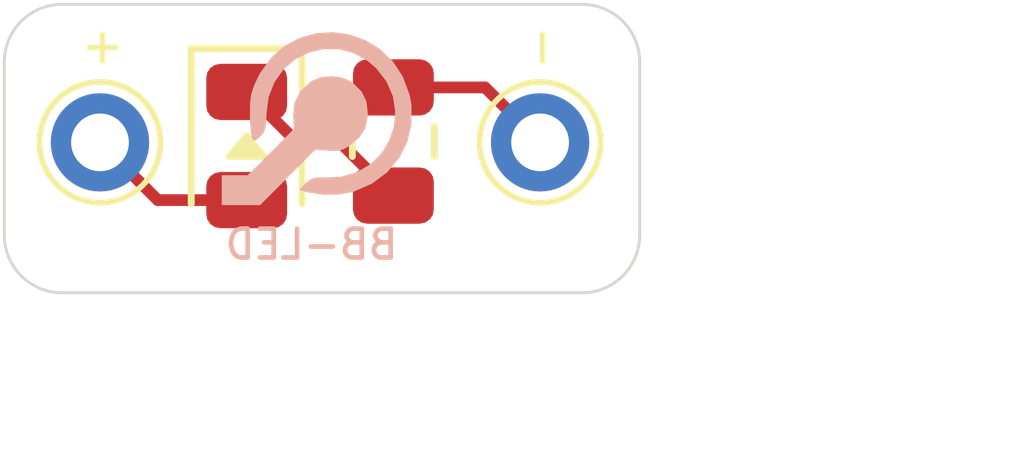
<source format=kicad_pcb>
(kicad_pcb (version 20171130) (host pcbnew "(5.1.2)-1")

  (general
    (thickness 1.2)
    (drawings 11)
    (tracks 7)
    (zones 0)
    (modules 5)
    (nets 4)
  )

  (page A4)
  (title_block
    (title "LED Breakout")
    (rev 1)
    (company QBoards)
    (comment 1 "Single SMD led breakout with current limiting resistor")
  )

  (layers
    (0 F.Cu signal)
    (31 B.Cu signal hide)
    (32 B.Adhes user hide)
    (33 F.Adhes user hide)
    (34 B.Paste user hide)
    (35 F.Paste user)
    (36 B.SilkS user hide)
    (37 F.SilkS user)
    (38 B.Mask user hide)
    (39 F.Mask user)
    (40 Dwgs.User user hide)
    (41 Cmts.User user hide)
    (42 Eco1.User user hide)
    (43 Eco2.User user hide)
    (44 Edge.Cuts user)
    (45 Margin user hide)
    (46 B.CrtYd user hide)
    (47 F.CrtYd user)
    (48 B.Fab user hide)
    (49 F.Fab user)
  )

  (setup
    (last_trace_width 0.2032)
    (trace_clearance 0.2032)
    (zone_clearance 0.508)
    (zone_45_only no)
    (trace_min 0.1524)
    (via_size 0.8)
    (via_drill 0.4)
    (via_min_size 0.4)
    (via_min_drill 0.3048)
    (uvia_size 0.3)
    (uvia_drill 0.1)
    (uvias_allowed no)
    (uvia_min_size 0.2)
    (uvia_min_drill 0.1)
    (edge_width 0.05)
    (segment_width 0.2)
    (pcb_text_width 0.3)
    (pcb_text_size 1.5 1.5)
    (mod_edge_width 0.12)
    (mod_text_size 1 1)
    (mod_text_width 0.15)
    (pad_size 1.524 1.524)
    (pad_drill 0.762)
    (pad_to_mask_clearance 0.051)
    (solder_mask_min_width 0.25)
    (aux_axis_origin 0 0)
    (visible_elements 7FFFFFFF)
    (pcbplotparams
      (layerselection 0x010fc_ffffffff)
      (usegerberextensions false)
      (usegerberattributes false)
      (usegerberadvancedattributes false)
      (creategerberjobfile false)
      (excludeedgelayer true)
      (linewidth 0.100000)
      (plotframeref false)
      (viasonmask false)
      (mode 1)
      (useauxorigin false)
      (hpglpennumber 1)
      (hpglpenspeed 20)
      (hpglpendiameter 15.000000)
      (psnegative false)
      (psa4output false)
      (plotreference true)
      (plotvalue true)
      (plotinvisibletext false)
      (padsonsilk false)
      (subtractmaskfromsilk false)
      (outputformat 1)
      (mirror false)
      (drillshape 1)
      (scaleselection 1)
      (outputdirectory ""))
  )

  (net 0 "")
  (net 1 "Net-(D1-Pad1)")
  (net 2 "Net-(D1-Pad2)")
  (net 3 "Net-(J2-Pad1)")

  (net_class Default "This is the default net class."
    (clearance 0.2032)
    (trace_width 0.2032)
    (via_dia 0.8)
    (via_drill 0.4)
    (uvia_dia 0.3)
    (uvia_drill 0.1)
    (add_net "Net-(D1-Pad1)")
    (add_net "Net-(D1-Pad2)")
    (add_net "Net-(J2-Pad1)")
  )

  (module qboards_aesthetics:logo-3mm (layer B.Cu) (tedit 5CF57B99) (tstamp 5CFF03E6)
    (at 160 91.9 180)
    (fp_text reference BB-LED (at 0.381 -2.2606) (layer B.SilkS)
      (effects (font (size 0.5 0.5) (thickness 0.08)) (justify mirror))
    )
    (fp_text value LOGO_BRD_REF (at 0 1.9812) (layer B.SilkS) hide
      (effects (font (size 0.6 0.6) (thickness 0.1)) (justify mirror))
    )
    (fp_poly (pts (xy 0.301751 1.394461) (xy 0.582667 1.316111) (xy 0.844161 1.176542) (xy 1.075553 0.974514)
      (xy 1.266161 0.708785) (xy 1.303875 0.636973) (xy 1.37773 0.475836) (xy 1.419998 0.342842)
      (xy 1.439126 0.20029) (xy 1.443566 0.013664) (xy 1.439594 -0.157438) (xy 1.429078 -0.303015)
      (xy 1.414115 -0.396238) (xy 1.410711 -0.406392) (xy 1.383931 -0.456332) (xy 1.348489 -0.45341)
      (xy 1.279461 -0.394371) (xy 1.273128 -0.388429) (xy 1.21484 -0.321997) (xy 1.182885 -0.243632)
      (xy 1.169652 -0.126196) (xy 1.16747 -0.011671) (xy 1.130012 0.29018) (xy 1.02716 0.553497)
      (xy 0.869991 0.773577) (xy 0.669584 0.945712) (xy 0.437018 1.065199) (xy 0.183372 1.127332)
      (xy -0.080277 1.127405) (xy -0.342849 1.060714) (xy -0.593266 0.922552) (xy -0.738616 0.797882)
      (xy -0.922376 0.561969) (xy -1.032169 0.306442) (xy -1.072891 0.042499) (xy -1.049439 -0.218666)
      (xy -0.966708 -0.465853) (xy -0.829594 -0.687868) (xy -0.642992 -0.873513) (xy -0.411797 -1.011592)
      (xy -0.140906 -1.090908) (xy 0.09333 -1.104832) (xy 0.248968 -1.102978) (xy 0.34842 -1.116252)
      (xy 0.419803 -1.151909) (xy 0.478353 -1.204178) (xy 0.587693 -1.313518) (xy 0.422963 -1.359256)
      (xy 0.178868 -1.397375) (xy -0.090528 -1.392549) (xy -0.338117 -1.345713) (xy -0.343492 -1.344052)
      (xy -0.660977 -1.204782) (xy -0.925946 -1.007348) (xy -1.132568 -0.76185) (xy -1.275016 -0.47839)
      (xy -1.347458 -0.167068) (xy -1.344068 0.162016) (xy -1.311358 0.333052) (xy -1.193529 0.648479)
      (xy -1.020362 0.911375) (xy -0.802536 1.1205) (xy -0.550731 1.274612) (xy -0.275628 1.372471)
      (xy 0.012092 1.412834) (xy 0.301751 1.394461)) (layer B.SilkS) (width 0.01))
    (fp_poly (pts (xy 0.229107 0.630267) (xy 0.384132 0.565267) (xy 0.392712 0.559141) (xy 0.571873 0.387566)
      (xy 0.671563 0.193924) (xy 0.695785 -0.029709) (xy 0.695247 -0.039303) (xy 0.681566 -0.260639)
      (xy 1.082897 -0.66372) (xy 1.484227 -1.0668) (xy 1.9304 -1.0668) (xy 1.9304 -1.5748)
      (xy 1.272852 -1.5748) (xy 0.794695 -1.095283) (xy 0.316537 -0.615765) (xy 0.096885 -0.633387)
      (xy -0.056582 -0.636172) (xy -0.169617 -0.608257) (xy -0.267041 -0.551988) (xy -0.441484 -0.406408)
      (xy -0.543765 -0.250165) (xy -0.585771 -0.062377) (xy -0.588434 0.0127) (xy -0.563995 0.217089)
      (xy -0.482479 0.383076) (xy -0.331592 0.533767) (xy -0.296964 0.560417) (xy -0.146721 0.627908)
      (xy 0.040396 0.651169) (xy 0.229107 0.630267)) (layer B.SilkS) (width 0.01))
  )

  (module qboards_connectors:PinHeader_1x01_P2.54mm_Vertical (layer F.Cu) (tedit 5CFE9927) (tstamp 5CFEA271)
    (at 163.576 92.3925 90)
    (descr "Through hole straight pin header, 1x07, 2.54mm pitch, single row")
    (tags "Through hole pin header THT 1x07 2.54mm single row")
    (path /5CFE7413)
    (fp_text reference J2 (at -0.0508 -1.8288 90) (layer F.SilkS) hide
      (effects (font (size 0.6 0.6) (thickness 0.1)))
    )
    (fp_text value Conn_01x01_Male (at 0 2.33 90) (layer B.Fab) hide
      (effects (font (size 1 1) (thickness 0.15)) (justify mirror))
    )
    (fp_text user %R (at 0.02 0) (layer B.Fab)
      (effects (font (size 1 1) (thickness 0.15)) (justify mirror))
    )
    (fp_line (start 1.016 -1.016) (end -1.016 -1.016) (layer F.CrtYd) (width 0.05))
    (fp_line (start 1.016 1.04) (end 1.016 -1.016) (layer F.CrtYd) (width 0.05))
    (fp_line (start -1.012 1.04) (end 1.01 1.04) (layer F.CrtYd) (width 0.05))
    (fp_line (start -1.016 -1.016) (end -1.016 1.04) (layer F.CrtYd) (width 0.05))
    (fp_line (start -1.27 -0.635) (end -0.635 -1.27) (layer B.Fab) (width 0.1))
    (fp_line (start -1.27 1.25) (end -1.27 -0.635) (layer B.Fab) (width 0.1))
    (fp_line (start 1.27 1.26) (end -1.27 1.26) (layer B.Fab) (width 0.1))
    (fp_line (start 1.27 -1.27) (end 1.27 1.26) (layer B.Fab) (width 0.1))
    (fp_line (start -0.635 -1.27) (end 1.27 -1.27) (layer B.Fab) (width 0.1))
    (fp_circle (center 0 0) (end 0.8128 0.6604) (layer F.SilkS) (width 0.1))
    (fp_text user - (at 1.2065 0 90) (layer F.SilkS)
      (effects (font (size 0.6 0.6) (thickness 0.1)) (justify left))
    )
    (fp_line (start 1.27 1.26) (end 1.27 -1.26) (layer B.CrtYd) (width 0.12))
    (fp_line (start 1.27 -1.26) (end -1.27 -1.26) (layer B.CrtYd) (width 0.12))
    (fp_line (start -1.27 -1.26) (end -1.27 1.26) (layer B.CrtYd) (width 0.12))
    (fp_line (start -1.27 1.26) (end 1.27 1.26) (layer B.CrtYd) (width 0.12))
    (pad 1 thru_hole circle (at 0 0 90) (size 1.7 1.7) (drill 1) (layers *.Cu *.Mask)
      (net 3 "Net-(J2-Pad1)"))
    (model ${KISYS3DMOD}/Connector_PinHeader_2.54mm.3dshapes/PinHeader_1x01_P2.54mm_Vertical.wrl
      (offset (xyz 0 0 -2))
      (scale (xyz 1 1 1))
      (rotate (xyz 0 180 0))
    )
  )

  (module qboards_connectors:PinHeader_1x01_P2.54mm_Vertical (layer F.Cu) (tedit 5CFE9927) (tstamp 5CFEF97B)
    (at 155.956 92.3925 90)
    (descr "Through hole straight pin header, 1x07, 2.54mm pitch, single row")
    (tags "Through hole pin header THT 1x07 2.54mm single row")
    (path /5CFE6FB9)
    (fp_text reference J1 (at -0.0508 -1.8288 90) (layer F.SilkS) hide
      (effects (font (size 0.6 0.6) (thickness 0.1)))
    )
    (fp_text value Conn_01x01_Male (at 0 2.33 90) (layer B.Fab) hide
      (effects (font (size 1 1) (thickness 0.15)) (justify mirror))
    )
    (fp_text user %R (at 0.02 0) (layer B.Fab)
      (effects (font (size 1 1) (thickness 0.15)) (justify mirror))
    )
    (fp_line (start 1.016 -1.016) (end -1.016 -1.016) (layer F.CrtYd) (width 0.05))
    (fp_line (start 1.016 1.04) (end 1.016 -1.016) (layer F.CrtYd) (width 0.05))
    (fp_line (start -1.012 1.04) (end 1.01 1.04) (layer F.CrtYd) (width 0.05))
    (fp_line (start -1.016 -1.016) (end -1.016 1.04) (layer F.CrtYd) (width 0.05))
    (fp_line (start -1.27 -0.635) (end -0.635 -1.27) (layer B.Fab) (width 0.1))
    (fp_line (start -1.27 1.25) (end -1.27 -0.635) (layer B.Fab) (width 0.1))
    (fp_line (start 1.27 1.26) (end -1.27 1.26) (layer B.Fab) (width 0.1))
    (fp_line (start 1.27 -1.27) (end 1.27 1.26) (layer B.Fab) (width 0.1))
    (fp_line (start -0.635 -1.27) (end 1.27 -1.27) (layer B.Fab) (width 0.1))
    (fp_circle (center 0 0) (end 0.8128 0.6604) (layer F.SilkS) (width 0.1))
    (fp_text user + (at 1.2065 0 90) (layer F.SilkS)
      (effects (font (size 0.6 0.6) (thickness 0.1)) (justify left))
    )
    (fp_line (start 1.27 1.26) (end 1.27 -1.26) (layer B.CrtYd) (width 0.12))
    (fp_line (start 1.27 -1.26) (end -1.27 -1.26) (layer B.CrtYd) (width 0.12))
    (fp_line (start -1.27 -1.26) (end -1.27 1.26) (layer B.CrtYd) (width 0.12))
    (fp_line (start -1.27 1.26) (end 1.27 1.26) (layer B.CrtYd) (width 0.12))
    (pad 1 thru_hole circle (at 0 0 90) (size 1.7 1.7) (drill 1) (layers *.Cu *.Mask)
      (net 2 "Net-(D1-Pad2)"))
    (model ${KISYS3DMOD}/Connector_PinHeader_2.54mm.3dshapes/PinHeader_1x01_P2.54mm_Vertical.wrl
      (offset (xyz 0 0 -2))
      (scale (xyz 1 1 1))
      (rotate (xyz 0 180 0))
    )
  )

  (module LED_SMD:LED_0805_2012Metric (layer F.Cu) (tedit 5B36C52C) (tstamp 5CFEB63F)
    (at 158.496 92.456 270)
    (descr "LED SMD 0805 (2012 Metric), square (rectangular) end terminal, IPC_7351 nominal, (Body size source: https://docs.google.com/spreadsheets/d/1BsfQQcO9C6DZCsRaXUlFlo91Tg2WpOkGARC1WS5S8t0/edit?usp=sharing), generated with kicad-footprint-generator")
    (tags diode)
    (path /5CFE640D)
    (attr smd)
    (fp_text reference D1 (at -2.667 0 90) (layer F.SilkS) hide
      (effects (font (size 1 1) (thickness 0.15)))
    )
    (fp_text value LED (at 0 1.65 90) (layer F.Fab)
      (effects (font (size 1 1) (thickness 0.15)))
    )
    (fp_line (start 1 -0.6) (end -0.7 -0.6) (layer F.Fab) (width 0.1))
    (fp_line (start -0.7 -0.6) (end -1 -0.3) (layer F.Fab) (width 0.1))
    (fp_line (start -1 -0.3) (end -1 0.6) (layer F.Fab) (width 0.1))
    (fp_line (start -1 0.6) (end 1 0.6) (layer F.Fab) (width 0.1))
    (fp_line (start 1 0.6) (end 1 -0.6) (layer F.Fab) (width 0.1))
    (fp_line (start 1 -0.96) (end -1.685 -0.96) (layer F.SilkS) (width 0.12))
    (fp_line (start -1.685 -0.96) (end -1.685 0.96) (layer F.SilkS) (width 0.12))
    (fp_line (start -1.685 0.96) (end 1 0.96) (layer F.SilkS) (width 0.12))
    (fp_line (start -1.68 0.95) (end -1.68 -0.95) (layer F.CrtYd) (width 0.05))
    (fp_line (start -1.68 -0.95) (end 1.68 -0.95) (layer F.CrtYd) (width 0.05))
    (fp_line (start 1.68 -0.95) (end 1.68 0.95) (layer F.CrtYd) (width 0.05))
    (fp_line (start 1.68 0.95) (end -1.68 0.95) (layer F.CrtYd) (width 0.05))
    (fp_text user %R (at 0 0 90) (layer F.Fab)
      (effects (font (size 0.5 0.5) (thickness 0.08)))
    )
    (pad 1 smd roundrect (at -0.9375 0 270) (size 0.975 1.4) (layers F.Cu F.Paste F.Mask) (roundrect_rratio 0.25)
      (net 1 "Net-(D1-Pad1)"))
    (pad 2 smd roundrect (at 0.9375 0 270) (size 0.975 1.4) (layers F.Cu F.Paste F.Mask) (roundrect_rratio 0.25)
      (net 2 "Net-(D1-Pad2)"))
    (model ${KISYS3DMOD}/LED_SMD.3dshapes/LED_0805_2012Metric.wrl
      (at (xyz 0 0 0))
      (scale (xyz 1 1 1))
      (rotate (xyz 0 0 0))
    )
  )

  (module Resistor_SMD:R_0805_2012Metric (layer F.Cu) (tedit 5B36C52B) (tstamp 5CFEB6AF)
    (at 161.036 92.3775 90)
    (descr "Resistor SMD 0805 (2012 Metric), square (rectangular) end terminal, IPC_7351 nominal, (Body size source: https://docs.google.com/spreadsheets/d/1BsfQQcO9C6DZCsRaXUlFlo91Tg2WpOkGARC1WS5S8t0/edit?usp=sharing), generated with kicad-footprint-generator")
    (tags resistor)
    (path /5CFE69BE)
    (attr smd)
    (fp_text reference R1 (at 2.7155 0 90) (layer F.SilkS) hide
      (effects (font (size 1 1) (thickness 0.15)))
    )
    (fp_text value R (at 0 1.65 90) (layer F.Fab)
      (effects (font (size 1 1) (thickness 0.15)))
    )
    (fp_line (start -1 0.6) (end -1 -0.6) (layer F.Fab) (width 0.1))
    (fp_line (start -1 -0.6) (end 1 -0.6) (layer F.Fab) (width 0.1))
    (fp_line (start 1 -0.6) (end 1 0.6) (layer F.Fab) (width 0.1))
    (fp_line (start 1 0.6) (end -1 0.6) (layer F.Fab) (width 0.1))
    (fp_line (start -0.258578 -0.71) (end 0.258578 -0.71) (layer F.SilkS) (width 0.12))
    (fp_line (start -0.258578 0.71) (end 0.258578 0.71) (layer F.SilkS) (width 0.12))
    (fp_line (start -1.68 0.95) (end -1.68 -0.95) (layer F.CrtYd) (width 0.05))
    (fp_line (start -1.68 -0.95) (end 1.68 -0.95) (layer F.CrtYd) (width 0.05))
    (fp_line (start 1.68 -0.95) (end 1.68 0.95) (layer F.CrtYd) (width 0.05))
    (fp_line (start 1.68 0.95) (end -1.68 0.95) (layer F.CrtYd) (width 0.05))
    (fp_text user %R (at 0 0 90) (layer F.Fab)
      (effects (font (size 0.5 0.5) (thickness 0.08)))
    )
    (pad 1 smd roundrect (at -0.9375 0 90) (size 0.975 1.4) (layers F.Cu F.Paste F.Mask) (roundrect_rratio 0.25)
      (net 1 "Net-(D1-Pad1)"))
    (pad 2 smd roundrect (at 0.9375 0 90) (size 0.975 1.4) (layers F.Cu F.Paste F.Mask) (roundrect_rratio 0.25)
      (net 3 "Net-(J2-Pad1)"))
    (model ${KISYS3DMOD}/Resistor_SMD.3dshapes/R_0805_2012Metric.wrl
      (at (xyz 0 0 0))
      (scale (xyz 1 1 1))
      (rotate (xyz 0 0 0))
    )
  )

  (dimension 11 (width 0.15) (layer F.Fab)
    (gr_text "11,000 mm" (at 159.8 98.6) (layer F.Fab)
      (effects (font (size 1 1) (thickness 0.15)))
    )
    (feature1 (pts (xy 165.3 93.6) (xy 165.3 97.886421)))
    (feature2 (pts (xy 154.3 93.6) (xy 154.3 97.886421)))
    (crossbar (pts (xy 154.3 97.3) (xy 165.3 97.3)))
    (arrow1a (pts (xy 165.3 97.3) (xy 164.173496 97.886421)))
    (arrow1b (pts (xy 165.3 97.3) (xy 164.173496 96.713579)))
    (arrow2a (pts (xy 154.3 97.3) (xy 155.426504 97.886421)))
    (arrow2b (pts (xy 154.3 97.3) (xy 155.426504 96.713579)))
  )
  (dimension 5 (width 0.15) (layer F.Fab)
    (gr_text "5,000 mm" (at 170.6 92.5 270) (layer F.Fab)
      (effects (font (size 1 1) (thickness 0.15)))
    )
    (feature1 (pts (xy 164.1 95) (xy 169.886421 95)))
    (feature2 (pts (xy 164.1 90) (xy 169.886421 90)))
    (crossbar (pts (xy 169.3 90) (xy 169.3 95)))
    (arrow1a (pts (xy 169.3 95) (xy 168.713579 93.873496)))
    (arrow1b (pts (xy 169.3 95) (xy 169.886421 93.873496)))
    (arrow2a (pts (xy 169.3 90) (xy 168.713579 91.126504)))
    (arrow2b (pts (xy 169.3 90) (xy 169.886421 91.126504)))
  )
  (gr_line (start 154.3 94) (end 154.3 91) (layer Edge.Cuts) (width 0.05) (tstamp 5CFF0130))
  (gr_line (start 164.3 95) (end 155.3 95) (layer Edge.Cuts) (width 0.05) (tstamp 5CFF0127))
  (gr_line (start 165.3 91) (end 165.3 94) (layer Edge.Cuts) (width 0.05) (tstamp 5CFF012D))
  (gr_line (start 155.3 90) (end 164.3 90) (layer Edge.Cuts) (width 0.05) (tstamp 5CFF0124))
  (gr_arc (start 155.3 94) (end 154.3 94) (angle -90) (layer Edge.Cuts) (width 0.05) (tstamp 5CFF012A))
  (gr_arc (start 155.3 91) (end 155.3 90) (angle -90) (layer Edge.Cuts) (width 0.05) (tstamp 5CFF0121))
  (gr_arc (start 164.3 94) (end 164.3 95) (angle -90) (layer Edge.Cuts) (width 0.05) (tstamp 5CFF011B))
  (gr_arc (start 164.3 91) (end 165.3 91) (angle -90) (layer Edge.Cuts) (width 0.05) (tstamp 5CFF011E))
  (gr_poly (pts (xy 158.496 92.2655) (xy 158.1785 92.6465) (xy 158.8135 92.6465)) (layer F.SilkS) (width 0.1))

  (segment (start 161.036 93.315) (end 160.1135 92.3925) (width 0.2032) (layer F.Cu) (net 1))
  (segment (start 159.37 92.3925) (end 158.496 91.5185) (width 0.2032) (layer F.Cu) (net 1))
  (segment (start 160.1135 92.3925) (end 159.37 92.3925) (width 0.2032) (layer F.Cu) (net 1))
  (segment (start 156.957 93.3935) (end 158.496 93.3935) (width 0.2032) (layer F.Cu) (net 2))
  (segment (start 155.956 92.3925) (end 156.957 93.3935) (width 0.2032) (layer F.Cu) (net 2))
  (segment (start 162.6235 91.44) (end 163.576 92.3925) (width 0.2032) (layer F.Cu) (net 3))
  (segment (start 161.036 91.44) (end 162.6235 91.44) (width 0.2032) (layer F.Cu) (net 3))

)

</source>
